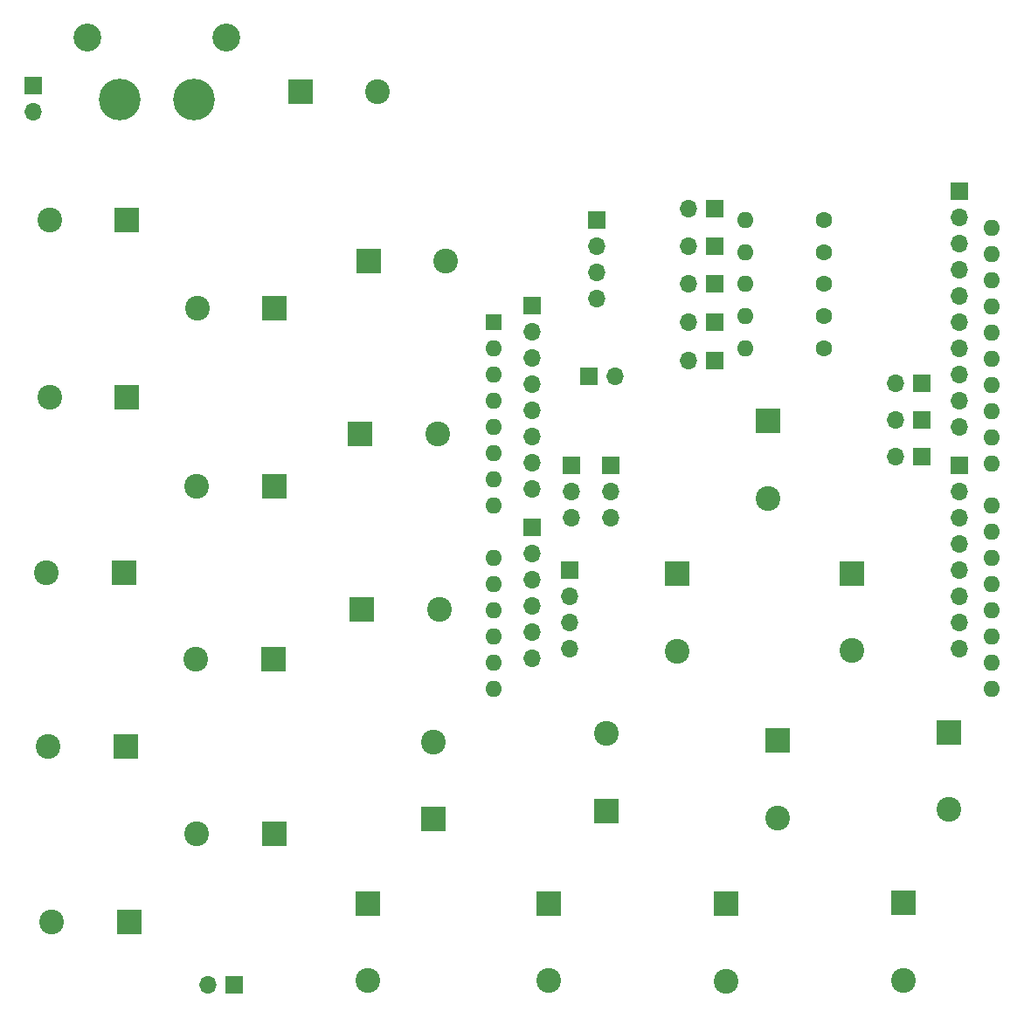
<source format=gbs>
%TF.GenerationSoftware,KiCad,Pcbnew,7.0.7*%
%TF.CreationDate,2023-09-19T14:40:45+02:00*%
%TF.ProjectId,Actuator,41637475-6174-46f7-922e-6b696361645f,v0.0*%
%TF.SameCoordinates,Original*%
%TF.FileFunction,Soldermask,Bot*%
%TF.FilePolarity,Negative*%
%FSLAX46Y46*%
G04 Gerber Fmt 4.6, Leading zero omitted, Abs format (unit mm)*
G04 Created by KiCad (PCBNEW 7.0.7) date 2023-09-19 14:40:45*
%MOMM*%
%LPD*%
G01*
G04 APERTURE LIST*
%ADD10R,1.700000X1.700000*%
%ADD11O,1.700000X1.700000*%
%ADD12C,1.600000*%
%ADD13O,1.600000X1.600000*%
%ADD14R,2.400000X2.400000*%
%ADD15C,2.400000*%
%ADD16C,4.050000*%
%ADD17C,2.700000*%
%ADD18R,1.600000X1.600000*%
G04 APERTURE END LIST*
D10*
%TO.C,J17*%
X159579000Y-95619000D03*
D11*
X157039000Y-95619000D03*
%TD*%
D10*
%TO.C,J14*%
X179689000Y-101359000D03*
D11*
X177149000Y-101359000D03*
%TD*%
D12*
%TO.C,R1*%
X170179000Y-94394000D03*
D13*
X162559000Y-94394000D03*
%TD*%
D10*
%TO.C,J13*%
X179689000Y-104959000D03*
D11*
X177149000Y-104959000D03*
%TD*%
D10*
%TO.C,J23*%
X93554000Y-68919000D03*
D11*
X93554000Y-71459000D03*
%TD*%
D14*
%TO.C,C18*%
X132329000Y-140081755D03*
D15*
X132329000Y-132581755D03*
%TD*%
D10*
%TO.C,J11*%
X145689000Y-105779000D03*
D11*
X145689000Y-108319000D03*
X145689000Y-110859000D03*
%TD*%
D14*
%TO.C,C24*%
X164729000Y-101469000D03*
D15*
X164729000Y-108969000D03*
%TD*%
D10*
%TO.C,J8*%
X183329000Y-105769000D03*
D11*
X183329000Y-108309000D03*
X183329000Y-110849000D03*
X183329000Y-113389000D03*
X183329000Y-115929000D03*
X183329000Y-118469000D03*
X183329000Y-121009000D03*
X183329000Y-123549000D03*
%TD*%
D14*
%TO.C,C8*%
X143529000Y-148269000D03*
D15*
X143529000Y-155769000D03*
%TD*%
D10*
%TO.C,J20*%
X159579000Y-91894000D03*
D11*
X157039000Y-91894000D03*
%TD*%
D12*
%TO.C,R7*%
X170179000Y-91294000D03*
D13*
X162559000Y-91294000D03*
%TD*%
D12*
%TO.C,R4*%
X170179000Y-81994000D03*
D13*
X162559000Y-81994000D03*
%TD*%
D14*
%TO.C,C2*%
X102529000Y-133069000D03*
D15*
X95029000Y-133069000D03*
%TD*%
D14*
%TO.C,C23*%
X182329000Y-131669000D03*
D15*
X182329000Y-139169000D03*
%TD*%
D10*
%TO.C,J19*%
X159579000Y-84519000D03*
D11*
X157039000Y-84519000D03*
%TD*%
D10*
%TO.C,J5*%
X141889000Y-90259000D03*
D11*
X141889000Y-92799000D03*
X141889000Y-95339000D03*
X141889000Y-97879000D03*
X141889000Y-100419000D03*
X141889000Y-102959000D03*
X141889000Y-105499000D03*
X141889000Y-108039000D03*
%TD*%
D14*
%TO.C,C22*%
X165729000Y-132469000D03*
D15*
X165729000Y-139969000D03*
%TD*%
D14*
%TO.C,C7*%
X160719000Y-148279000D03*
D15*
X160719000Y-155779000D03*
%TD*%
D10*
%TO.C,J10*%
X145529000Y-115949000D03*
D11*
X145529000Y-118489000D03*
X145529000Y-121029000D03*
X145529000Y-123569000D03*
%TD*%
D14*
%TO.C,C13*%
X177879000Y-148229000D03*
D15*
X177879000Y-155729000D03*
%TD*%
D14*
%TO.C,C15*%
X119429000Y-69569000D03*
D15*
X126929000Y-69569000D03*
%TD*%
D14*
%TO.C,C9*%
X125979000Y-148269000D03*
D15*
X125979000Y-155769000D03*
%TD*%
D10*
%TO.C,J12*%
X149489000Y-105779000D03*
D11*
X149489000Y-108319000D03*
X149489000Y-110859000D03*
%TD*%
D10*
%TO.C,J22*%
X159579000Y-80894000D03*
D11*
X157039000Y-80894000D03*
%TD*%
D10*
%TO.C,J16*%
X147389000Y-97169000D03*
D11*
X149929000Y-97169000D03*
%TD*%
D16*
%TO.C,J21*%
X101929000Y-70331500D03*
X109129000Y-70331500D03*
D17*
X112279000Y-64331500D03*
X98779000Y-64331500D03*
%TD*%
D14*
%TO.C,C3*%
X102341754Y-116169000D03*
D15*
X94841754Y-116169000D03*
%TD*%
D12*
%TO.C,R3*%
X170189000Y-85094000D03*
D13*
X162569000Y-85094000D03*
%TD*%
D10*
%TO.C,J7*%
X183329000Y-79229000D03*
D11*
X183329000Y-81769000D03*
X183329000Y-84309000D03*
X183329000Y-86849000D03*
X183329000Y-89389000D03*
X183329000Y-91929000D03*
X183329000Y-94469000D03*
X183329000Y-97009000D03*
X183329000Y-99549000D03*
X183329000Y-102089000D03*
%TD*%
D14*
%TO.C,C1*%
X102829000Y-150069000D03*
D15*
X95329000Y-150069000D03*
%TD*%
D14*
%TO.C,C16*%
X126029000Y-85969000D03*
D15*
X133529000Y-85969000D03*
%TD*%
D12*
%TO.C,R2*%
X170189000Y-88194000D03*
D13*
X162569000Y-88194000D03*
%TD*%
D14*
%TO.C,C10*%
X116929000Y-141469000D03*
D15*
X109429000Y-141469000D03*
%TD*%
D14*
%TO.C,C11*%
X116829000Y-124569000D03*
D15*
X109329000Y-124569000D03*
%TD*%
D14*
%TO.C,C12*%
X116929000Y-107769000D03*
D15*
X109429000Y-107769000D03*
%TD*%
D14*
%TO.C,C6*%
X116941754Y-90569000D03*
D15*
X109441754Y-90569000D03*
%TD*%
D14*
%TO.C,C4*%
X102629000Y-99169000D03*
D15*
X95129000Y-99169000D03*
%TD*%
D14*
%TO.C,C21*%
X155929000Y-116269000D03*
D15*
X155929000Y-123769000D03*
%TD*%
D14*
%TO.C,C17*%
X125429000Y-119769000D03*
D15*
X132929000Y-119769000D03*
%TD*%
D10*
%TO.C,J15*%
X179639000Y-97784000D03*
D11*
X177099000Y-97784000D03*
%TD*%
D14*
%TO.C,C19*%
X149129000Y-139281755D03*
D15*
X149129000Y-131781755D03*
%TD*%
D10*
%TO.C,J6*%
X141889000Y-111779000D03*
D11*
X141889000Y-114319000D03*
X141889000Y-116859000D03*
X141889000Y-119399000D03*
X141889000Y-121939000D03*
X141889000Y-124479000D03*
%TD*%
D10*
%TO.C,J24*%
X113069000Y-156169000D03*
D11*
X110529000Y-156169000D03*
%TD*%
D14*
%TO.C,C20*%
X172929000Y-116256246D03*
D15*
X172929000Y-123756246D03*
%TD*%
D10*
%TO.C,J18*%
X159579000Y-88194000D03*
D11*
X157039000Y-88194000D03*
%TD*%
D10*
%TO.C,J9*%
X148129000Y-81949000D03*
D11*
X148129000Y-84489000D03*
X148129000Y-87029000D03*
X148129000Y-89569000D03*
%TD*%
D14*
%TO.C,C14*%
X125229000Y-102769000D03*
D15*
X132729000Y-102769000D03*
%TD*%
D14*
%TO.C,C5*%
X102629000Y-81969000D03*
D15*
X95129000Y-81969000D03*
%TD*%
D18*
%TO.C,A1*%
X138189000Y-91879000D03*
D13*
X138189000Y-94419000D03*
X138189000Y-96959000D03*
X138189000Y-99499000D03*
X138189000Y-102039000D03*
X138189000Y-104579000D03*
X138189000Y-107119000D03*
X138189000Y-109659000D03*
X138189000Y-114739000D03*
X138189000Y-117279000D03*
X138189000Y-119819000D03*
X138189000Y-122359000D03*
X138189000Y-124899000D03*
X138189000Y-127439000D03*
X186449000Y-127439000D03*
X186449000Y-124899000D03*
X186449000Y-122359000D03*
X186449000Y-119819000D03*
X186449000Y-117279000D03*
X186449000Y-114739000D03*
X186449000Y-112199000D03*
X186449000Y-109659000D03*
X186449000Y-105599000D03*
X186449000Y-103059000D03*
X186449000Y-100519000D03*
X186449000Y-97979000D03*
X186449000Y-95439000D03*
X186449000Y-92899000D03*
X186449000Y-90359000D03*
X186449000Y-87819000D03*
X186449000Y-85279000D03*
X186449000Y-82739000D03*
%TD*%
M02*

</source>
